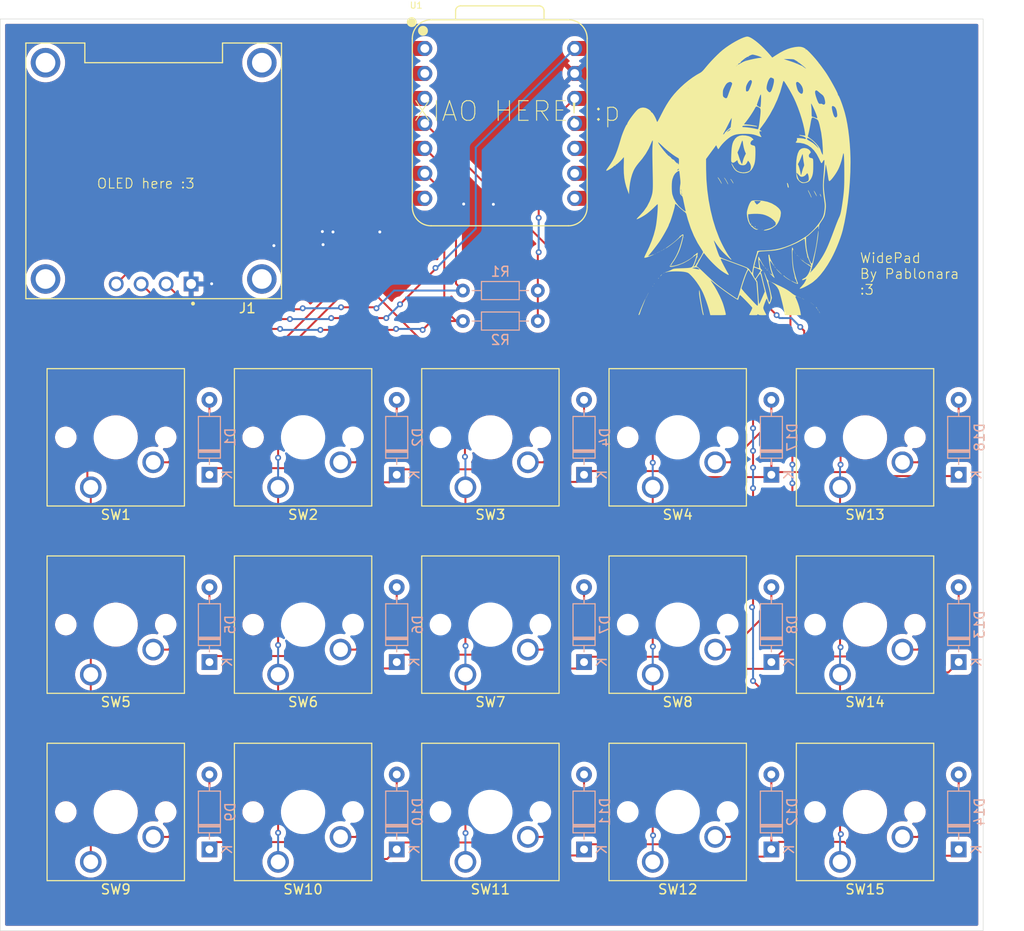
<source format=kicad_pcb>
(kicad_pcb (version 20241229) (generator "pcbnew") (generator_version "9.0")
  (layers (0 "F.Cu" signal) (2 "B.Cu" signal) (13 "F.Paste" user) (15 "B.Paste" user) (5 "F.SilkS" user "F.Silkscreen") (7 "B.SilkS" user "B.Silkscreen") (1 "F.Mask" user) (3 "B.Mask" user) (25 "Edge.Cuts" user))
  (net 0 "")
  (net 1 "Net-(D1-A)")
  (net 2 "Net-(D1-K)")
  (net 3 "Net-(D2-A)")
  (net 4 "Net-(D4-A)")
  (net 5 "Net-(D18-A)")
  (net 6 "Net-(D5-A)")
  (net 7 "Net-(D6-A)")
  (net 8 "Net-(D7-A)")
  (net 9 "Net-(D8-A)")
  (net 10 "Net-(D10-K)")
  (net 11 "Net-(D9-A)")
  (net 12 "Net-(D10-A)")
  (net 13 "Net-(D11-A)")
  (net 14 "Net-(D12-A)")
  (net 15 "Net-(D13-A)")
  (net 16 "Net-(D13-K)")
  (net 17 "Net-(D14-A)")
  (net 18 "Net-(D17-A)")
  (net 19 "Net-(U1-GPIO26{slash}ADC0{slash}A0)")
  (net 20 "+5V")
  (net 21 "GND")
  (net 22 "Net-(U1-GPIO27{slash}ADC1{slash}A1)")
  (net 23 "Net-(U1-GPIO28{slash}ADC2{slash}A2)")
  (net 24 "Net-(U1-GPIO29{slash}ADC3{slash}A3)")
  (net 26 "+3.3V")
  (net 27 "Net-(U1-GPIO6{slash}SDA)")
  (net 28 "Net-(U1-GPIO7{slash}SCL)")
  (net 29 "Net-(U1-GPIO3{slash}MOSI)")
  (footprint "Button_Switch_Keyboard:SW_Cherry_MX_1.00u_PCB" (layer "F.Cu") (at 202.2475 109.855 180)
    (property "Reference" "SW14")
    (property "Value" "SW_Push")
  )
  (footprint "Button_Switch_Keyboard:SW_Cherry_MX_1.00u_PCB" (layer "F.Cu") (at 126.0475 128.905 180)
    (property "Reference" "SW9")
    (property "Value" "SW_Push")
  )
  (footprint "Button_Switch_Keyboard:SW_Cherry_MX_1.00u_PCB" (layer "F.Cu") (at 164.1475 109.855 180)
    (property "Reference" "SW7")
    (property "Value" "SW_Push")
  )
  (footprint "OLED:MODULE_DM-OLED096-636" (layer "F.Cu") (at 132.44375 58.625 180)
    (property "Reference" "J1")
    (property "Value" "Conn_01x04_Pin")
  )
  (footprint "Button_Switch_Keyboard:SW_Cherry_MX_1.00u_PCB" (layer "F.Cu") (at 183.1975 109.855 180)
    (property "Reference" "SW8")
    (property "Value" "SW_Push")
  )
  (footprint "Button_Switch_Keyboard:SW_Cherry_MX_1.00u_PCB" (layer "F.Cu") (at 183.1975 90.805 180)
    (property "Reference" "SW4")
    (property "Value" "SW_Push")
  )
  (footprint "Button_Switch_Keyboard:SW_Cherry_MX_1.00u_PCB" (layer "F.Cu") (at 183.1975 128.905 180)
    (property "Reference" "SW12")
    (property "Value" "SW_Push")
  )
  (footprint "Seeed Studio XIAO Series Library:XIAO-RP2040-DIP" (layer "F.Cu") (at 167.64 53.8)
    (property "Reference" "U1")
    (property "Value" "XIAO-RP2040-DIP")
  )
  (footprint "Button_Switch_Keyboard:SW_Cherry_MX_1.00u_PCB" (layer "F.Cu") (at 145.0975 109.855 180)
    (property "Reference" "SW6")
    (property "Value" "SW_Push")
  )
  (footprint "Button_Switch_Keyboard:SW_Cherry_MX_1.00u_PCB" (layer "F.Cu") (at 164.1475 128.905 180)
    (property "Reference" "SW11")
    (property "Value" "SW_Push")
  )
  (footprint "Button_Switch_Keyboard:SW_Cherry_MX_1.00u_PCB" (layer "F.Cu") (at 126.0475 90.805 180)
    (property "Reference" "SW1")
    (property "Value" "SW_Push")
  )
  (footprint "Button_Switch_Keyboard:SW_Cherry_MX_1.00u_PCB" (layer "F.Cu") (at 164.1475 90.805 180)
    (property "Reference" "SW3")
    (property "Value" "SW_Push")
  )
  (footprint "Button_Switch_Keyboard:SW_Cherry_MX_1.00u_PCB" (layer "F.Cu") (at 145.0975 90.805 180)
    (property "Reference" "SW2")
    (property "Value" "SW_Push")
  )
  (footprint "LOGO" (layer "F.Cu") (at 193 58.3)
    (property "Reference" "G***" (hide yes))
    (property "Value" "LOGO" (hide yes))
  )
  (footprint "Button_Switch_Keyboard:SW_Cherry_MX_1.00u_PCB" (layer "F.Cu") (at 202.2475 128.905 180)
    (property "Reference" "SW15")
    (property "Value" "SW_Push")
  )
  (footprint "Button_Switch_Keyboard:SW_Cherry_MX_1.00u_PCB" (layer "F.Cu") (at 202.2475 90.805 180)
    (property "Reference" "SW13")
    (property "Value" "SW_Push")
  )
  (footprint "Button_Switch_Keyboard:SW_Cherry_MX_1.00u_PCB" (layer "F.Cu") (at 145.0975 128.905 180)
    (property "Reference" "SW10")
    (property "Value" "SW_Push")
  )
  (footprint "Button_Switch_Keyboard:SW_Cherry_MX_1.00u_PCB" (layer "F.Cu") (at 126.0475 109.855 180)
    (property "Reference" "SW5")
    (property "Value" "SW_Push")
  )
  (footprint "Diode_THT:D_DO-35_SOD27_P7.62mm_Horizontal" (layer "B.Cu") (at 176.2125 89.535 90)
    (property "Reference" "D4")
    (property "Value" "D")
  )
  (footprint "Resistor_THT:R_Axial_DIN0204_L3.6mm_D1.6mm_P7.62mm_Horizontal" (layer "B.Cu") (at 171.51 70.8 180)
    (property "Reference" "R1")
    (property "Value" "R")
  )
  (footprint "Diode_THT:D_DO-35_SOD27_P7.62mm_Horizontal" (layer "B.Cu") (at 176.2125 127.635 90)
    (property "Reference" "D11")
    (property "Value" "D")
  )
  (footprint "Diode_THT:D_DO-35_SOD27_P7.62mm_Horizontal" (layer "B.Cu") (at 138.1125 108.585 90)
    (property "Reference" "D5")
    (property "Value" "D")
  )
  (footprint "Diode_THT:D_DO-35_SOD27_P7.62mm_Horizontal" (layer "B.Cu") (at 214.3125 89.535 90)
    (property "Reference" "D18")
    (property "Value" "D")
  )
  (footprint "Diode_THT:D_DO-35_SOD27_P7.62mm_Horizontal" (layer "B.Cu") (at 138.1125 127.635 90)
    (property "Reference" "D9")
    (property "Value" "D")
  )
  (footprint "Diode_THT:D_DO-35_SOD27_P7.62mm_Horizontal" (layer "B.Cu") (at 195.2625 127.635 90)
    (property "Reference" "D12")
    (property "Value" "D")
  )
  (footprint "Diode_THT:D_DO-35_SOD27_P7.62mm_Horizontal" (layer "B.Cu") (at 157.1625 89.535 90)
    (property "Reference" "D2")
    (property "Value" "D")
  )
  (footprint "Diode_THT:D_DO-35_SOD27_P7.62mm_Horizontal" (layer "B.Cu") (at 214.3125 108.585 90)
    (property "Reference" "D13")
    (property "Value" "D")
  )
  (footprint "Diode_THT:D_DO-35_SOD27_P7.62mm_Horizontal" (layer "B.Cu") (at 195.2625 108.585 90)
    (property "Reference" "D8")
    (property "Value" "D")
  )
  (footprint "Diode_THT:D_DO-35_SOD27_P7.62mm_Horizontal" (layer "B.Cu") (at 176.2125 108.585 90)
    (property "Reference" "D7")
    (property "Value" "D")
  )
  (footprint "Diode_THT:D_DO-35_SOD27_P7.62mm_Horizontal" (layer "B.Cu") (at 157.1625 108.585 90)
    (property "Reference" "D6")
    (property "Value" "D")
  )
  (footprint "Diode_THT:D_DO-35_SOD27_P7.62mm_Horizontal" (layer "B.Cu") (at 138.1125 89.535 90)
    (property "Reference" "D1")
    (property "Value" "D")
  )
  (footprint "Diode_THT:D_DO-35_SOD27_P7.62mm_Horizontal" (layer "B.Cu") (at 157.1625 127.635 90)
    (property "Reference" "D10")
    (property "Value" "D")
  )
  (footprint "Diode_THT:D_DO-35_SOD27_P7.62mm_Horizontal" (layer "B.Cu") (at 195.2625 89.535 90)
    (property "Reference" "D17")
    (property "Value" "D")
  )
  (footprint "Resistor_THT:R_Axial_DIN0204_L3.6mm_D1.6mm_P7.62mm_Horizontal" (layer "B.Cu") (at 163.89 73.9)
    (property "Reference" "R2")
    (property "Value" "R")
  )
  (footprint "Diode_THT:D_DO-35_SOD27_P7.62mm_Horizontal" (layer "B.Cu") (at 214.3125 127.635 90)
    (property "Reference" "D14")
    (property "Value" "D")
  )
  (gr_rect (start 116.84 43.18) (end 216.8 135.9) (stroke (width 0.05)) (fill no) (layer "Edge.Cuts"))
  (gr_text "WidePad\nBy Pablonara\n:3" (at 204.2 71.3 0) (layer "F.SilkS") (effects (font (size 1 1) (thickness 0.1)) (justify left bottom)))
  (gr_text "XIAO HERE! :p" (at 158.75 53.7365 0) (layer "F.SilkS") (effects (font (size 2 2) (thickness 0.1)) (justify left bottom)))
  (gr_text "OLED here :3" (at 126.6 60.5 0) (layer "F.SilkS") (effects (font (size 1 1) (thickness 0.1)) (justify left bottom)))
  (segment (start 138.1125 84.105634) (end 138.1125 81.915) (width 0.2) (layer "F.Cu") (net 1))
  (segment (start 133.953134 88.265) (end 138.1125 84.105634) (width 0.2) (layer "F.Cu") (net 1))
  (segment (start 132.3975 88.265) (end 133.953134 88.265) (width 0.2) (layer "F.Cu") (net 1))
  (segment (start 157.1625 89.535) (end 156.3975 90.3) (width 0.2) (layer "F.Cu") (net 2))
  (segment (start 197.2 84.1) (end 197.2 72.5) (width 0.2) (layer "F.Cu") (net 2))
  (segment (start 185.12 89.77) (end 184.51 89.16) (width 0.2) (layer "F.Cu") (net 2))
  (segment (start 197.2 72.5) (end 181.04 56.34) (width 0.2) (layer "F.Cu") (net 2))
  (segment (start 204.026 89.666) (end 203.62 89.26) (width 0.2) (layer "F.Cu") (net 2))
  (segment (start 146.37 88.86) (end 138.7875 88.86) (width 0.2) (layer "F.Cu") (net 2))
  (segment (start 195.2625 89.535) (end 195.0275 89.77) (width 0.2) (layer "F.Cu") (net 2))
  (segment (start 156.3975 90.3) (end 147.81 90.3) (width 0.2) (layer "F.Cu") (net 2))
  (segment (start 184.51 89.16) (end 176.5875 89.16) (width 0.2) (layer "F.Cu") (net 2))
  (segment (start 195.2625 86.0375) (end 197.2 84.1) (width 0.2) (layer "F.Cu") (net 2))
  (segment (start 176.2125 89.535) (end 175.4875 90.26) (width 0.2) (layer "F.Cu") (net 2))
  (segment (start 157.7175 88.98) (end 157.1625 89.535) (width 0.2) (layer "F.Cu") (net 2))
  (segment (start 147.81 90.3) (end 146.37 88.86) (width 0.2) (layer "F.Cu") (net 2))
  (segment (start 181.04 56.34) (end 175.26 56.34) (width 0.2) (layer "F.Cu") (net 2))
  (segment (start 176.5875 89.16) (end 176.2125 89.535) (width 0.2) (layer "F.Cu") (net 2))
  (segment (start 138.7875 88.86) (end 138.1125 89.535) (width 0.2) (layer "F.Cu") (net 2))
  (segment (start 195.0275 89.77) (end 185.12 89.77) (width 0.2) (layer "F.Cu") (net 2))
  (segment (start 195.2625 89.535) (end 195.2625 86.0375) (width 0.2) (layer "F.Cu") (net 2))
  (segment (start 175.4875 90.26) (end 166.88 90.26) (width 0.2) (layer "F.Cu") (net 2))
  (segment (start 165.6 88.98) (end 157.7175 88.98) (width 0.2) (layer "F.Cu") (net 2))
  (segment (start 195.5375 89.26) (end 195.2625 89.535) (width 0.2) (layer "F.Cu") (net 2))
  (segment (start 214.1815 89.666) (end 204.026 89.666) (width 0.2) (layer "F.Cu") (net 2))
  (segment (start 214.3125 89.535) (end 214.1815 89.666) (width 0.2) (layer "F.Cu") (net 2))
  (segment (start 166.88 90.26) (end 165.6 88.98) (width 0.2) (layer "F.Cu") (net 2))
  (segment (start 203.62 89.26) (end 195.5375 89.26) (width 0.2) (layer "F.Cu") (net 2))
  (segment (start 151.4475 88.265) (end 153.003134 88.265) (width 0.2) (layer "F.Cu") (net 3))
  (segment (start 153.003134 88.265) (end 157.1625 84.105634) (width 0.2) (layer "F.Cu") (net 3))
  (segment (start 157.1625 84.105634) (end 157.1625 81.915) (width 0.2) (layer "F.Cu") (net 3))
  (segment (start 172.053134 88.265) (end 176.2125 84.105634) (width 0.2) (layer "F.Cu") (net 4))
  (segment (start 170.4975 88.265) (end 172.053134 88.265) (width 0.2) (layer "F.Cu") (net 4))
  (segment (start 176.2125 84.105634) (end 176.2125 81.915) (width 0.2) (layer "F.Cu") (net 4))
  (segment (start 214.3125 84.105634) (end 214.3125 81.915) (width 0.2) (layer "F.Cu") (net 5))
  (segment (start 210.153134 88.265) (end 214.3125 84.105634) (width 0.2) (layer "F.Cu") (net 5))
  (segment (start 208.5975 88.265) (end 210.153134 88.265) (width 0.2) (layer "F.Cu") (net 5))
  (segment (start 138.1125 103.155634) (end 138.1125 100.965) (width 0.2) (layer "F.Cu") (net 6))
  (segment (start 133.953134 107.315) (end 138.1125 103.155634) (width 0.2) (layer "F.Cu") (net 6))
  (segment (start 132.3975 107.315) (end 133.953134 107.315) (width 0.2) (layer "F.Cu") (net 6))
  (segment (start 153.003134 107.315) (end 157.1625 103.155634) (width 0.2) (layer "F.Cu") (net 7))
  (segment (start 157.1625 103.155634) (end 157.1625 100.965) (width 0.2) (layer "F.Cu") (net 7))
  (segment (start 151.4475 107.315) (end 153.003134 107.315) (width 0.2) (layer "F.Cu") (net 7))
  (segment (start 176.2125 103.155634) (end 176.2125 100.965) (width 0.2) (layer "F.Cu") (net 8))
  (segment (start 170.4975 107.315) (end 172.053134 107.315) (width 0.2) (layer "F.Cu") (net 8))
  (segment (start 172.053134 107.315) (end 176.2125 103.155634) (width 0.2) (layer "F.Cu") (net 8))
  (segment (start 195.2625 103.155634) (end 195.2625 100.965) (width 0.2) (layer "F.Cu") (net 9))
  (segment (start 191.103134 107.315) (end 195.2625 103.155634) (width 0.2) (layer "F.Cu") (net 9))
  (segment (start 189.5475 107.315) (end 191.103134 107.315) (width 0.2) (layer "F.Cu") (net 9))
  (segment (start 176.7375 127.11) (end 176.2125 127.635) (width 0.2) (layer "F.Cu") (net 10))
  (segment (start 195.2625 127.635) (end 194.5275 128.37) (width 0.2) (layer "F.Cu") (net 10))
  (segment (start 138.8575 126.89) (end 138.1125 127.635) (width 0.2) (layer "F.Cu") (net 10))
  (segment (start 164.91 127.01) (end 164.91 126.93) (width 0.2) (layer "F.Cu") (net 10))
  (segment (start 166.15 128.25) (end 164.91 127.01) (width 0.2) (layer "F.Cu") (net 10))
  (segment (start 193.4 73.2) (end 181.62 61.42) (width 0.2) (layer "F.Cu") (net 10))
  (segment (start 197.1 113.1) (end 196 113.1) (width 0.2) (layer "F.Cu") (net 10))
  (segment (start 156.1875 128.61) (end 147.6 128.61) (width 0.2) (layer "F.Cu") (net 10))
  (segment (start 197.1 122.3) (end 197.1 113.1) (width 0.2) (layer "F.Cu") (net 10))
  (segment (start 214.3125 127.635) (end 213.6675 128.28) (width 0.2) (layer "F.Cu") (net 10))
  (segment (start 145.88 126.89) (end 138.8575 126.89) (width 0.2) (layer "F.Cu") (net 10))
  (segment (start 157.1625 127.635) (end 156.1875 128.61) (width 0.2) (layer "F.Cu") (net 10))
  (segment (start 193.4 102.9) (end 193.4 90.9) (width 0.2) (layer "F.Cu") (net 10))
  (segment (start 157.8675 126.93) (end 157.1625 127.635) (width 0.2) (layer "F.Cu") (net 10))
  (segment (start 176.2125 127.635) (end 175.5975 128.25) (width 0.2) (layer "F.Cu") (net 10))
  (segment (start 196 113.1) (end 193.4 110.5) (width 0.2) (layer "F.Cu") (net 10))
  (segment (start 196.0275 126.87) (end 195.2625 127.635) (width 0.2) (layer "F.Cu") (net 10))
  (segment (start 213.6675 128.28) (end 204.08 128.28) (width 0.2) (layer "F.Cu") (net 10))
  (segment (start 185.26 128.37) (end 184 127.11) (width 0.2) (layer "F.Cu") (net 10))
  (segment (start 147.6 128.61) (end 145.88 126.89) (width 0.2) (layer "F.Cu") (net 10))
  (segment (start 195.2625 124.3375) (end 197.2 122.4) (width 0.2) (layer "F.Cu") (net 10))
  (segment (start 197.2 122.4) (end 197.1 122.3) (width 0.2) (layer "F.Cu") (net 10))
  (segment (start 193.4 88.8) (end 193.4 87.1) (width 0.2) (layer "F.Cu") (net 10))
  (segment (start 193.4 84.8) (end 193.4 73.2) (width 0.2) (layer "F.Cu") (net 10))
  (segment (start 204.08 128.28) (end 202.67 126.87) (width 0.2) (layer "F.Cu") (net 10))
  (segment (start 175.5975 128.25) (end 166.15 128.25) (width 0.2) (layer "F.Cu") (net 10))
  (segment (start 164.91 126.93) (end 157.8675 126.93) (width 0.2) (layer "F.Cu") (net 10))
  (segment (start 184 127.11) (end 176.7375 127.11) (width 0.2) (layer "F.Cu") (net 10))
  (segment (start 193.3 103) (end 193.4 102.9) (width 0.2) (layer "F.Cu") (net 10))
  (segment (start 202.67 126.87) (end 196.0275 126.87) (width 0.2) (layer "F.Cu") (net 10))
  (segment (start 181.62 61.42) (end 175.26 61.42) (width 0.2) (layer "F.Cu") (net 10))
  (segment (start 195.2625 127.635) (end 195.2625 124.3375) (width 0.2) (layer "F.Cu") (net 10))
  (segment (start 194.5275 128.37) (end 185.26 128.37) (width 0.2) (layer "F.Cu") (net 10))
  (via (at 193.4 90.9) (size 0.6) (drill 0.3) (layers "F.Cu" "B.Cu") (net 10))
  (via (at 193.3 103) (size 0.6) (drill 0.3) (layers "F.Cu" "B.Cu") (net 10))
  (via (at 193.4 87.1) (size 0.6) (drill 0.3) (layers "F.Cu" "B.Cu") (net 10))
  (via (at 193.4 110.5) (size 0.6) (drill 0.3) (layers "F.Cu" "B.Cu") (net 10))
  (via (at 193.4 84.8) (size 0.6) (drill 0.3) (layers "F.Cu" "B.Cu") (net 10))
  (via (at 193.4 88.8) (size 0.6) (drill 0.3) (layers "F.Cu" "B.Cu") (net 10))
  (segment (start 193.4 103.1) (end 193.3 103) (width 0.2) (layer "B.Cu") (net 10))
  (segment (start 193.4 110.5) (end 193.4 108.2) (width 0.2) (layer "B.Cu") (net 10))
  (segment (start 193.4 108.2) (end 193.4 103.1) (width 0.2) (layer "B.Cu") (net 10))
  (segment (start 193.4 90.9) (end 193.4 88.8) (width 0.2) (layer "B.Cu") (net 10))
  (segment (start 193.4 87.1) (end 193.4 84.8) (width 0.2) (layer "B.Cu") (net 10))
  (segment (start 138.1125 122.205634) (end 138.1125 120.015) (width 0.2) (layer "F.Cu") (net 11))
  (segment (start 133.953134 126.365) (end 138.1125 122.205634) (width 0.2) (layer "F.Cu") (net 11))
  (segment (start 132.3975 126.365) (end 133.953134 126.365) (width 0.2) (layer "F.Cu") (net 11))
  (segment (start 153.003134 126.365) (end 157.1625 122.205634) (width 0.2) (layer "F.Cu") (net 12))
  (segment (start 151.4475 126.365) (end 153.003134 126.365) (width 0.2) (layer "F.Cu") (net 12))
  (segment (start 157.1625 122.205634) (end 157.1625 120.015) (width 0.2) (layer "F.Cu") (net 12))
  (segment (start 172.053134 126.365) (end 176.2125 122.205634) (width 0.2) (layer "F.Cu") (net 13))
  (segment (start 176.2125 122.205634) (end 176.2125 120.015) (width 0.2) (layer "F.Cu") (net 13))
  (segment (start 170.4975 126.365) (end 172.053134 126.365) (width 0.2) (layer "F.Cu") (net 13))
  (segment (start 189.5475 126.365) (end 191.103134 126.365) (width 0.2) (layer "F.Cu") (net 14))
  (segment (start 195.2625 122.205634) (end 195.2625 120.015) (width 0.2) (layer "F.Cu") (net 14))
  (segment (start 191.103134 126.365) (end 195.2625 122.205634) (width 0.2) (layer "F.Cu") (net 14))
  (segment (start 208.5975 107.315) (end 210.153134 107.315) (width 0.2) (layer "F.Cu") (net 15))
  (segment (start 210.153134 107.315) (end 214.3125 103.155634) (width 0.2) (layer "F.Cu") (net 15))
  (segment (start 214.3125 103.155634) (end 214.3125 100.965) (width 0.2) (layer "F.Cu") (net 15))
  (segment (start 214.3125 108.585) (end 213.2675 109.63) (width 0.2) (layer "F.Cu") (net 16))
  (segment (start 147.15 109.23) (end 145.89 107.97) (width 0.2) (layer "F.Cu") (net 16))
  (segment (start 197.4 88.5) (end 197.4 85.5) (width 0.2) (layer "F.Cu") (net 16))
  (segment (start 195.8375 108.01) (end 195.2625 108.585) (width 0.2) (layer "F.Cu") (net 16))
  (segment (start 157.1625 108.585) (end 156.5175 109.23) (width 0.2) (layer "F.Cu") (net 16))
  (segment (start 145.89 107.97) (end 138.7275 107.97) (width 0.2) (layer "F.Cu") (net 16))
  (segment (start 194.5775 109.27) (end 185.1 109.27) (width 0.2) (layer "F.Cu") (net 16))
  (segment (start 156.5175 109.23) (end 147.15 109.23) (width 0.2) (layer "F.Cu") (net 16))
  (segment (start 183.87 108.04) (end 176.7575 108.04) (width 0.2) (layer "F.Cu") (net 16))
  (segment (start 164.87 107.83) (end 157.9175 107.83) (width 0.2) (layer "F.Cu") (net 16))
  (segment (start 204.77 109.63) (end 203.15 108.01) (width 0.2) (layer "F.Cu") (net 16))
  (segment (start 197.4 85.5) (end 198.6 84.3) (width 0.2) (layer "F.Cu") (net 16))
  (segment (start 185.1 109.27) (end 183.87 108.04) (width 0.2) (layer "F.Cu") (net 16))
  (segment (start 195.8 73.3) (end 181.38 58.88) (width 0.2) (layer "F.Cu") (net 16))
  (segment (start 176.2125 108.585) (end 175.5575 109.24) (width 0.2) (layer "F.Cu") (net 16))
  (segment (start 176.7575 108.04) (end 176.2125 108.585) (width 0.2) (layer "F.Cu") (net 16))
  (segment (start 195.2625 108.585) (end 194.5775 109.27) (width 0.2) (layer "F.Cu") (net 16))
  (segment (start 166.28 109.24) (end 164.87 107.83) (width 0.2) (layer "F.Cu") (net 16))
  (segment (start 198.6 84.3) (end 198.6 75.3) (width 0.2) (layer "F.Cu") (net 16))
  (segment (start 175.5575 109.24) (end 166.28 109.24) (width 0.2) (layer "F.Cu") (net 16))
  (segment (start 138.7275 107.97) (end 138.1125 108.585) (width 0.2) (layer "F.Cu") (net 16))
  (segment (start 181.38 58.88) (end 176.095 58.88) (width 0.2) (layer "F.Cu") (net 16))
  (segment (start 203.15 108.01) (end 195.8375 108.01) (width 0.2) (layer "F.Cu") (net 16))
  (segment (start 197.4 106.4475) (end 197.4 90.4) (width 0.2) (layer "F.Cu") (net 16))
  (segment (start 198.6 74.9) (end 198.2 74.5) (width 0.2) (layer "F.Cu") (net 16))
  (segment (start 213.2675 109.63) (end 204.77 109.63) (width 0.2) (layer "F.Cu") (net 16))
  (segment (start 157.9175 107.83) (end 157.1625 108.585) (width 0.2) (layer "F.Cu") (net 16))
  (segment (start 198.6 75.3) (end 198.6 74.9) (width 0.2) (layer "F.Cu") (net 16))
  (segment (start 195.2625 108.585) (end 197.4 106.4475) (width 0.2) (layer "F.Cu") (net 16))
  (via (at 195.8 73.3) (size 0.6) (drill 0.3) (layers "F.Cu" "B.Cu") (net 16))
  (via (at 197.4 88.5) (size 0.6) (drill 0.3) (layers "F.Cu" "B.Cu") (net 16))
  (via (at 198.2 74.5) (size 0.6) (drill 0.3) (layers "F.Cu" "B.Cu") (net 16))
  (via (at 197.4 90.4) (size 0.6) (drill 0.3) (layers "F.Cu" "B.Cu") (net 16))
  (segment (start 198.2 74.5) (end 197.3 73.6) (width 0.2) (layer "B.Cu") (net 16))
  (segment (start 196.4 73.6) (end 196.1 73.6) (width 0.2) (layer "B.Cu") (net 16))
  (segment (start 196.1 73.6) (end 195.8 73.3) (width 0.2) (layer "B.Cu") (net 16))
  (segment (start 197.3 73.6) (end 196.4 73.6) (width 0.2) (layer "B.Cu") (net 16))
  (segment (start 197.4 90.4) (end 197.4 88.5) (width 0.2) (layer "B.Cu") (net 16))
  (segment (start 214.3125 122.205634) (end 214.3125 120.015) (width 0.2) (layer "F.Cu") (net 17))
  (segment (start 210.153134 126.365) (end 214.3125 122.205634) (width 0.2) (layer "F.Cu") (net 17))
  (segment (start 208.5975 126.365) (end 210.153134 126.365) (width 0.2) (layer "F.Cu") (net 17))
  (segment (start 191.103134 88.265) (end 195.2625 84.105634) (width 0.2) (layer "F.Cu") (net 18))
  (segment (start 195.2625 84.105634) (end 195.2625 81.915) (width 0.2) (layer "F.Cu") (net 18))
  (segment (start 189.5475 88.265) (end 191.103134 88.265) (width 0.2) (layer "F.Cu") (net 18))
  (segment (start 151.7 50.1) (end 155.62 46.18) (width 0.2) (layer "F.Cu") (net 19))
  (segment (start 125.7 77.7) (end 127.2 76.2) (width 0.2) (layer "F.Cu") (net 19))
  (segment (start 126.0475 90.805) (end 125.7 90.4575) (width 0.2) (layer "F.Cu") (net 19))
  (segment (start 145.3 76.2) (end 151.5 70) (width 0.2) (layer "F.Cu") (net 19))
  (segment (start 151.7 70) (end 151.7 50.1) (width 0.2) (layer "F.Cu") (net 19))
  (segment (start 151.5 70) (end 151.7 70) (width 0.2) (layer "F.Cu") (net 19))
  (segment (start 155.62 46.18) (end 160.02 46.18) (width 0.2) (layer "F.Cu") (net 19))
  (segment (start 125.7 90.4575) (end 125.7 77.7) (width 0.2) (layer "F.Cu") (net 19))
  (segment (start 126.0475 128.905) (end 126.0475 90.805) (width 0.2) (layer "F.Cu") (net 19))
  (segment (start 127.2 76.2) (end 145.3 76.2) (width 0.2) (layer "F.Cu") (net 19))
  (segment (start 137.28875 73.7) (end 146.3 73.7) (width 0.2) (layer "F.Cu") (net 20))
  (segment (start 150.5 73.6) (end 156.1 73.6) (width 0.2) (layer "F.Cu") (net 20))
  (segment (start 161.1 68.6) (end 161.1 68.5) (width 0.2) (layer "F.Cu") (net 20))
  (segment (start 133.71375 70.125) (end 137.28875 73.7) (width 0.2) (layer "F.Cu") (net 20))
  (segment (start 157.5 72.2) (end 161.1 68.6) (width 0.2) (layer "F.Cu") (net 20))
  (via (at 146.3 73.7) (size 0.6) (drill 0.3) (layers "F.Cu" "B.Cu") (net 20))
  (via (at 157.5 72.2) (size 0.6) (drill 0.3) (layers "F.Cu" "B.Cu") (net 20))
  (via (at 150.5 73.6) (size 0.6) (drill 0.3) (layers "F.Cu" "B.Cu") (net 20))
  (via (at 161.1 68.5) (size 0.6) (drill 0.3) (layers "F.Cu" "B.Cu") (net 20))
  (via (at 156.1 73.6) (size 0.6) (drill 0.3) (layers "F.Cu" "B.Cu") (net 20))
  (segment (start 146.3 73.7) (end 150.4 73.7) (width 0.2) (layer "B.Cu") (net 20))
  (segment (start 150.4 73.7) (end 150.5 73.6) (width 0.2) (layer "B.Cu") (net 20))
  (segment (start 161.1 68.5) (end 161.2 68.5) (width 0.2) (layer "B.Cu") (net 20))
  (segment (start 161.2 68.5) (end 165.2 64.5) (width 0.2) (layer "B.Cu") (net 20))
  (segment (start 156.1 73.6) (end 157.5 72.2) (width 0.2) (layer "B.Cu") (net 20))
  (segment (start 165.2 56.24) (end 175.26 46.18) (width 0.2) (layer "B.Cu") (net 20))
  (segment (start 165.2 64.5) (end 165.2 56.24) (width 0.2) (layer "B.Cu") (net 20))
  (segment (start 144.67 66.23) (end 149.57 66.23) (width 0.2) (layer "F.Cu") (net 21))
  (segment (start 138.325 70.125) (end 138.34 70.11) (width 0.2) (layer "F.Cu") (net 21))
  (segment (start 136.25375 70.125) (end 138.325 70.125) (width 0.2) (layer "F.Cu") (net 21))
  (segment (start 149.57 66.23) (end 149.67 66.13) (width 0.2) (layer "F.Cu") (net 21))
  (segment (start 149.6 64.8) (end 150.64 64.8) (width 0.2) (layer "F.Cu") (net 21))
  (segment (start 163.97 62) (end 164 62.03) (width 0.2) (layer "F.Cu") (net 21))
  (segment (start 150.64 64.8) (end 150.68 64.84) (width 0.2) (layer "F.Cu") (net 21))
  (segment (start 164 62.03) (end 166.99 62.03) (width 0.2) (layer "F.Cu") (net 21))
  (via (at 175.26 48.72) (size 0.6) (drill 0.3) (layers "F.Cu" "B.Cu") (net 21))
  (via (at 138.34 70.11) (size 0.6) (drill 0.3) (layers "F.Cu" "B.Cu") (net 21))
  (via (at 166.99 62.03) (size 0.6) (drill 0.3) (layers "F.Cu" "B.Cu") (net 21))
  (via (at 150.68 64.84) (size 0.6) (drill 0.3) (layers "F.Cu" "B.Cu") (net 21))
  (via (at 144.67 66.23) (size 0.6) (drill 0.3) (layers "F.Cu" "B.Cu") (net 21))
  (via (at 163.97 62) (size 0.6) (drill 0.3) (layers "F.Cu" "B.Cu") (net 21))
  (via (at 149.6 64.8) (size 0.6) (drill 0.3) (layers "F.Cu" "B.Cu") (net 21))
  (via (at 149.67 66.13) (size 0.6) (drill 0.3) (layers "F.Cu" "B.Cu") (net 21))
  (via (at 155.44 64.84) (size 0.6) (drill 0.3) (layers "F.Cu" "B.Cu") (net 21))
  (via (at 136.25375 70.125) (size 0.6) (drill 0.3) (layers "F.Cu" "B.Cu") (net 21))
  (segment (start 150.68 64.84) (end 155.44 64.84) (width 0.2) (layer "B.Cu") (net 21))
  (segment (start 166.99 62.03) (end 169.44 59.58) (width 0.2) (layer "B.Cu") (net 21))
  (segment (start 149.67 66.13) (end 159.84 66.13) (width 0.2) (layer "B.Cu") (net 21))
  (segment (start 169.44 59.58) (end 169.44 54.54) (width 0.2) (layer "B.Cu") (net 21))
  (segment (start 159.84 66.13) (end 163.97 62) (width 0.2) (layer "B.Cu") (net 21))
  (segment (start 169.44 54.54) (end 175.26 48.72) (width 0.2) (layer "B.Cu") (net 21))
  (segment (start 142.22 66.23) (end 144.67 66.23) (width 0.2) (layer "B.Cu") (net 21))
  (segment (start 138.34 70.11) (end 142.22 66.23) (width 0.2) (layer "B.Cu") (net 21))
  (segment (start 145.1 87.8) (end 145.1 77.7) (width 0.2) (layer "F.Cu") (net 22))
  (segment (start 145.1 125.94) (end 145.0975 125.9375) (width 0.2) (layer "F.Cu") (net 22))
  (segment (start 155.98 48.72) (end 160.02 48.72) (width 0.2) (layer "F.Cu") (net 22))
  (segment (start 145.1 106.85) (end 145.0975 106.8475) (width 0.2) (layer "F.Cu") (net 22))
  (segment (start 152.7 52) (end 155.98 48.72) (width 0.2) (layer "F.Cu") (net 22))
  (segment (start 152.7 70.1) (end 152.7 52) (width 0.2) (layer "F.Cu") (net 22))
  (segment (start 145.0975 125.9375) (end 145.0975 109.855) (width 0.2) (layer "F.Cu") (net 22))
  (segment (start 145.1 77.7) (end 152.7 70.1) (width 0.2) (layer "F.Cu") (net 22))
  (segment (start 145.0975 106.8475) (end 145.0975 90.805) (width 0.2) (layer "F.Cu") (net 22))
  (via (at 145.1 106.85) (size 0.6) (drill 0.3) (layers "F.Cu" "B.Cu") (net 22))
  (via (at 145.1 125.94) (size 0.6) (drill 0.3) (layers "F.Cu" "B.Cu") (net 22))
  (via (at 145.1 87.8) (size 0.6) (drill 0.3) (layers "F.Cu" "B.Cu") (net 22))
  (segment (start 145.0975 90.805) (end 145.0975 87.8025) (width 0.2) (layer "B.Cu") (net 22))
  (segment (start 145.0975 109.855) (end 145.0975 106.8525) (width 0.2) (layer "B.Cu") (net 22))
  (segment (start 145.0975 106.8525) (end 145.1 106.85) (width 0.2) (layer "B.Cu") (net 22))
  (segment (start 145.0975 125.9425) (end 145.1 125.94) (width 0.2) (layer "B.Cu") (net 22))
  (segment (start 145.0975 87.8025) (end 145.1 87.8) (width 0.2) (layer "B.Cu") (net 22))
  (segment (start 145.0975 128.905) (end 145.0975 125.9425) (width 0.2) (layer "B.Cu") (net 22))
  (segment (start 153.9 70.1) (end 153.9 53.3) (width 0.2) (layer "F.Cu") (net 23))
  (segment (start 155.94 51.26) (end 159.185 51.26) (width 0.2) (layer "F.Cu") (net 23))
  (segment (start 164.1475 106.9175) (end 164.1475 90.805) (width 0.2) (layer "F.Cu") (net 23))
  (segment (start 164.16 125.97) (end 164.1475 125.9575) (width 0.2) (layer "F.Cu") (net 23))
  (segment (start 164.1475 125.9575) (end 164.1475 109.855) (width 0.2) (layer "F.Cu") (net 23))
  (segment (start 164.1 87.7) (end 164.1 80.3) (width 0.2) (layer "F.Cu") (net 23))
  (segment (start 164.1 80.3) (end 153.9 70.1) (width 0.2) (layer "F.Cu") (net 23))
  (segment (start 164.16 106.93) (end 164.1475 106.9175) (width 0.2) (layer "F.Cu") (net 23))
  (segment (start 153.9 53.3) (end 155.94 51.26) (width 0.2) (layer "F.Cu") (net 23))
  (via (at 164.1 87.7) (size 0.6) (drill 0.3) (layers "F.Cu" "B.Cu") (net 23))
  (via (at 164.16 106.93) (size 0.6) (drill 0.3) (layers "F.Cu" "B.Cu") (net 23))
  (via (at 164.16 125.97) (size 0.6) (drill 0.3) (layers "F.Cu" "B.Cu") (net 23))
  (segment (start 164.1475 128.905) (end 164.1475 125.9825) (width 0.2) (layer "B.Cu") (net 23))
  (segment (start 164.1475 106.9425) (end 164.16 106.93) (width 0.2) (layer "B.Cu") (net 23))
  (segment (start 164.1475 87.7475) (end 164.1 87.7) (width 0.2) (layer "B.Cu") (net 23))
  (segment (start 164.1475 109.855) (end 164.1475 106.9425) (width 0.2) (layer "B.Cu") (net 23))
  (segment (start 164.1475 90.805) (end 164.1475 87.7475) (width 0.2) (layer "B.Cu") (net 23))
  (segment (start 164.1475 125.9825) (end 164.16 125.97) (width 0.2) (layer "B.Cu") (net 23))
  (segment (start 183.1975 106.9875) (end 183.1975 90.805) (width 0.2) (layer "F.Cu") (net 24))
  (segment (start 183.1975 126.1775) (end 183.1975 109.855) (width 0.2) (layer "F.Cu") (net 24))
  (segment (start 183.21 107) (end 183.1975 106.9875) (width 0.2) (layer "F.Cu") (net 24))
  (segment (start 183.2 76.98) (end 160.02 53.8) (width 0.2) (layer "F.Cu") (net 24))
  (segment (start 183.23 126.21) (end 183.1975 126.1775) (width 0.2) (layer "F.Cu") (net 24))
  (segment (start 183.2 88.3) (end 183.2 76.98) (width 0.2) (layer "F.Cu") (net 24))
  (via (at 183.21 107) (size 0.6) (drill 0.3) (layers "F.Cu" "B.Cu") (net 24))
  (via (at 183.2 88.3) (size 0.6) (drill 0.3) (layers "F.Cu" "B.Cu") (net 24))
  (via (at 183.23 126.21) (size 0.6) (drill 0.3) (layers "F.Cu" "B.Cu") (net 24))
  (segment (start 183.1975 88.3025) (end 183.2 88.3) (width 0.2) (layer "B.Cu") (net 24))
  (segment (start 183.1975 126.2425) (end 183.23 126.21) (width 0.2) (layer "B.Cu") (net 24))
  (segment (start 183.1975 109.855) (end 183.1975 107.0125) (width 0.2) (layer "B.Cu") (net 24))
  (segment (start 183.1975 128.905) (end 183.1975 126.2425) (width 0.2) (layer "B.Cu") (net 24))
  (segment (start 183.1975 90.805) (end 183.1975 88.3025) (width 0.2) (layer "B.Cu") (net 24))
  (segment (start 183.1975 107.0125) (end 183.21 107) (width 0.2) (layer "B.Cu") (net 24))
  (segment (start 171.51 70.8) (end 171.51 66.99) (width 0.2) (layer "F.Cu") (net 26))
  (segment (start 171.6 54.92) (end 175.26 51.26) (width 0.2) (layer "F.Cu") (net 26))
  (segment (start 171.51 66.99) (end 171.6 66.9) (width 0.2) (layer "F.Cu") (net 26))
  (segment (start 171.6 63.4) (end 171.6 54.92) (width 0.2) (layer "F.Cu") (net 26))
  (segment (start 171.51 73.9) (end 171.51 70.8) (width 0.2) (layer "F.Cu") (net 26))
  (via (at 171.6 63.4) (size 0.6) (drill 0.3) (layers "F.Cu" "B.Cu") (net 26))
  (via (at 171.6 66.9) (size 0.6) (drill 0.3) (layers "F.Cu" "B.Cu") (net 26))
  (segment (start 171.6 66.9) (end 171.6 63.4) (width 0.2) (layer "B.Cu") (net 26))
  (segment (start 130.35875 68.4) (end 138.6 68.4) (width 0.2) (layer "F.Cu") (net 27))
  (segment (start 147.5 72.7) (end 147.6 72.6) (width 0.2) (layer "F.Cu") (net 27))
  (segment (start 163.19 70.1) (end 163.19 59.51) (width 0.2) (layer "F.Cu") (net 27))
  (segment (start 138.6 68.4) (end 138.8 68.4) (width 0.2) (layer "F.Cu") (net 27))
  (segment (start 163.19 59.51) (end 160.02 56.34) (width 0.2) (layer "F.Cu") (net 27))
  (segment (start 138.8 68.4) (end 143.1 72.7) (width 0.2) (layer "F.Cu") (net 27))
  (segment (start 128.63375 70.125) (end 130.35875 68.4) (width 0.2) (layer "F.Cu") (net 27))
  (segment (start 155 72.5) (end 155.1 72.6) (width 0.2) (layer "F.Cu") (net 27))
  (segment (start 143.1 72.7) (end 147.5 72.7) (width 0.2) (layer "F.Cu") (net 27))
  (segment (start 151.5 72.5) (end 155 72.5) (width 0.2) (layer "F.Cu") (net 27))
  (segment (start 163.89 70.8) (end 163.19 70.1) (width 0.2) (layer "F.Cu") (net 27))
  (via (at 155.1 72.6) (size 0.6) (drill 0.3) (layers "F.Cu" "B.Cu") (net 27))
  (via (at 147.6 72.6) (size 0.6) (drill 0.3) (layers "F.Cu" "B.Cu") (net 27))
  (via (at 151.5 72.5) (size 0.6) (drill 0.3) (layers "F.Cu" "B.Cu") (net 27))
  (segment (start 147.6 72.6) (end 151.4 72.6) (width 0.2) (layer "B.Cu") (net 27))
  (segment (start 155.1 72.6) (end 156.9 70.8) (width 0.2) (layer "B.Cu") (net 27))
  (segment (start 156.9 70.8) (end 163.89 70.8) (width 0.2) (layer "B.Cu") (net 27))
  (segment (start 151.4 72.6) (end 151.5 72.5) (width 0.2) (layer "B.Cu") (net 27))
  (segment (start 162 72.7) (end 162 60.86) (width 0.2) (layer "F.Cu") (net 28))
  (segment (start 159.8 74.8) (end 160.7 73.9) (width 0.2) (layer "F.Cu") (net 28))
  (segment (start 163.89 73.9) (end 163.2 73.9) (width 0.2) (layer "F.Cu") (net 28))
  (segment (start 157 74.8) (end 157.1 74.7) (width 0.2) (layer "F.Cu") (net 28))
  (segment (start 149.4 74.8) (end 157 74.8) (width 0.2) (layer "F.Cu") (net 28))
  (segment (start 131.17375 70.125) (end 135.74875 74.7) (width 0.2) (layer "F.Cu") (net 28))
  (segment (start 163.2 73.9) (end 162 72.7) (width 0.2) (layer "F.Cu") (net 28))
  (segment (start 160.7 73.9) (end 163.89 73.9) (width 0.2) (layer "F.Cu") (net 28))
  (segment (start 162 60.86) (end 160.02 58.88) (width 0.2) (layer "F.Cu") (net 28))
  (segment (start 135.74875 74.7) (end 145.3 74.7) (width 0.2) (layer "F.Cu") (net 28))
  (via (at 159.8 74.8) (size 0.6) (drill 0.3) (layers "F.Cu" "B.Cu") (net 28))
  (via (at 145.3 74.7) (size 0.6) (drill 0.3) (layers "F.Cu" "B.Cu") (net 28))
  (via (at 157.1 74.7) (size 0.6) (drill 0.3) (layers "F.Cu" "B.Cu") (net 28))
  (via (at 149.4 74.8) (size 0.6) (drill 0.3) (layers "F.Cu" "B.Cu") (net 28))
  (segment (start 145.3 74.7) (end 145.4 74.8) (width 0.2) (layer "B.Cu") (net 28))
  (segment (start 157.1 74.7) (end 159.7 74.7) (width 0.2) (layer "B.Cu") (net 28))
  (segment (start 159.7 74.7) (end 159.8 74.8) (width 0.2) (layer "B.Cu") (net 28))
  (segment (start 145.4 74.8) (end 149.4 74.8) (width 0.2) (layer "B.Cu") (net 28))
  (segment (start 202.3 107.07) (end 202.2475 107.0175) (width 0.2) (layer "F.Cu") (net 29))
  (segment (start 202.3 88.5) (end 202.3 75.6) (width 0.2) (layer "F.Cu") (net 29))
  (segment (start 202.2475 107.0175) (end 202.2475 90.805) (width 0.2) (layer "F.Cu") (net 29))
  (segment (start 180.5 53.8) (end 175.26 53.8) (width 0.2) (layer "F.Cu") (net 29))
  (segment (start 202.2475 125.9975) (end 202.2475 109.855) (width 0.2) (layer "F.Cu") (net 29))
  (segment (start 202.33 126.08) (end 202.2475 125.9975) (width 0.2) (layer "F.Cu") (net 29))
  (segment (start 202.3 75.6) (end 180.5 53.8) (width 0.2) (layer "F.Cu") (net 29))
  (via (at 202.3 107.07) (size 0.6) (drill 0.3) (layers "F.Cu" "B.Cu") (net 29))
  (via (at 202.33 126.08) (size 0.6) (drill 0.3) (layers "F.Cu" "B.Cu") (net 29))
  (via (at 202.3 88.5) (size 0.6) (drill 0.3) (layers "F.Cu" "B.Cu") (net 29))
  (segment (start 202.2475 88.5525) (end 202.3 88.5) (width 0.2) (layer "B.Cu") (net 29))
  (segment (start 202.2475 90.805) (end 202.2475 88.5525) (width 0.2) (layer "B.Cu") (net 29))
  (segment (start 202.2475 109.855) (end 202.2475 107.1225) (width 0.2) (layer "B.Cu") (net 29))
  (segment (start 202.2475 107.1225) (end 202.3 107.07) (width 0.2) (layer "B.Cu") (net 29))
  (segment (start 202.2475 126.1625) (end 202.33 126.08) (width 0.2) (layer "B.Cu") (net 29))
  (segment (start 202.2475 128.905) (end 202.2475 126.1625) (width 0.2) (layer "B.Cu") (net 29))
  (zone (net 21) (net_name "GND") (layers "F.Cu" "B.Cu") (connect_pads (clearance 0.5)) (min_thickness 0.25) (fill yes (thermal_gap 0.5) (thermal_bridge_width 0.5))
    (polygon (pts (xy 116.85 43.18) (xy 116.84 135.89) (xy 220.98 135.9) (xy 220.98 43.18)))
  )
)
</source>
